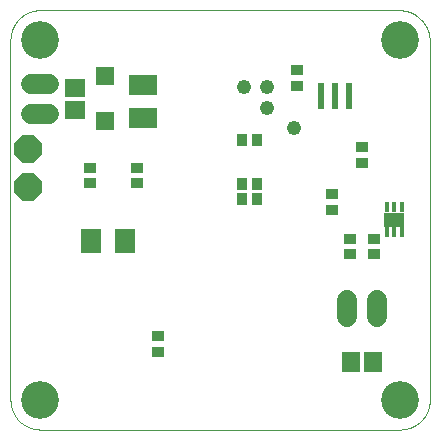
<source format=gbs>
G75*
%MOIN*%
%OFA0B0*%
%FSLAX25Y25*%
%IPPOS*%
%LPD*%
%AMOC8*
5,1,8,0,0,1.08239X$1,22.5*
%
%ADD10C,0.00000*%
%ADD11R,0.06706X0.05918*%
%ADD12R,0.04343X0.03556*%
%ADD13R,0.06312X0.06312*%
%ADD14R,0.09461X0.07099*%
%ADD15OC8,0.09300*%
%ADD16R,0.07099X0.07898*%
%ADD17R,0.05918X0.06706*%
%ADD18C,0.06706*%
%ADD19C,0.04800*%
%ADD20R,0.02375X0.08674*%
%ADD21R,0.03556X0.04343*%
%ADD22R,0.07099X0.04737*%
%ADD23R,0.01784X0.03359*%
%ADD24C,0.12611*%
D10*
X0036492Y0045350D02*
X0156571Y0045350D01*
X0156809Y0045353D01*
X0157047Y0045361D01*
X0157284Y0045376D01*
X0157521Y0045396D01*
X0157757Y0045422D01*
X0157993Y0045453D01*
X0158228Y0045490D01*
X0158462Y0045533D01*
X0158695Y0045582D01*
X0158927Y0045636D01*
X0159157Y0045696D01*
X0159386Y0045761D01*
X0159613Y0045832D01*
X0159838Y0045908D01*
X0160061Y0045990D01*
X0160283Y0046077D01*
X0160502Y0046169D01*
X0160719Y0046267D01*
X0160933Y0046369D01*
X0161145Y0046477D01*
X0161355Y0046591D01*
X0161561Y0046709D01*
X0161765Y0046832D01*
X0161965Y0046960D01*
X0162162Y0047092D01*
X0162357Y0047230D01*
X0162547Y0047372D01*
X0162735Y0047519D01*
X0162918Y0047670D01*
X0163098Y0047825D01*
X0163274Y0047985D01*
X0163446Y0048149D01*
X0163615Y0048318D01*
X0163779Y0048490D01*
X0163939Y0048666D01*
X0164094Y0048846D01*
X0164245Y0049029D01*
X0164392Y0049217D01*
X0164534Y0049407D01*
X0164672Y0049602D01*
X0164804Y0049799D01*
X0164932Y0049999D01*
X0165055Y0050203D01*
X0165173Y0050409D01*
X0165287Y0050619D01*
X0165395Y0050831D01*
X0165497Y0051045D01*
X0165595Y0051262D01*
X0165687Y0051481D01*
X0165774Y0051703D01*
X0165856Y0051926D01*
X0165932Y0052151D01*
X0166003Y0052378D01*
X0166068Y0052607D01*
X0166128Y0052837D01*
X0166182Y0053069D01*
X0166231Y0053302D01*
X0166274Y0053536D01*
X0166311Y0053771D01*
X0166342Y0054007D01*
X0166368Y0054243D01*
X0166388Y0054480D01*
X0166403Y0054717D01*
X0166411Y0054955D01*
X0166414Y0055193D01*
X0166413Y0055193D02*
X0166413Y0175272D01*
X0166398Y0175522D01*
X0166377Y0175771D01*
X0166350Y0176019D01*
X0166318Y0176267D01*
X0166279Y0176514D01*
X0166234Y0176760D01*
X0166183Y0177005D01*
X0166126Y0177248D01*
X0166064Y0177490D01*
X0165995Y0177731D01*
X0165921Y0177970D01*
X0165841Y0178207D01*
X0165755Y0178441D01*
X0165664Y0178674D01*
X0165567Y0178905D01*
X0165465Y0179133D01*
X0165357Y0179358D01*
X0165244Y0179581D01*
X0165125Y0179801D01*
X0165001Y0180018D01*
X0164872Y0180232D01*
X0164737Y0180443D01*
X0164598Y0180651D01*
X0164454Y0180855D01*
X0164304Y0181056D01*
X0164150Y0181252D01*
X0163992Y0181446D01*
X0163828Y0181635D01*
X0163660Y0181820D01*
X0163488Y0182001D01*
X0163311Y0182178D01*
X0163130Y0182351D01*
X0162945Y0182519D01*
X0162756Y0182683D01*
X0162564Y0182842D01*
X0162367Y0182996D01*
X0162166Y0183146D01*
X0161963Y0183290D01*
X0161755Y0183430D01*
X0161545Y0183565D01*
X0161331Y0183694D01*
X0161114Y0183818D01*
X0160894Y0183937D01*
X0160671Y0184051D01*
X0160446Y0184159D01*
X0160218Y0184262D01*
X0159988Y0184359D01*
X0159755Y0184451D01*
X0159520Y0184537D01*
X0159283Y0184617D01*
X0159045Y0184692D01*
X0158804Y0184761D01*
X0158562Y0184824D01*
X0158319Y0184881D01*
X0158074Y0184932D01*
X0157828Y0184977D01*
X0157582Y0185016D01*
X0157334Y0185050D01*
X0157085Y0185077D01*
X0156836Y0185098D01*
X0156587Y0185114D01*
X0156337Y0185123D01*
X0156087Y0185126D01*
X0155837Y0185123D01*
X0155587Y0185114D01*
X0036492Y0185114D01*
X0036492Y0185115D02*
X0036254Y0185112D01*
X0036016Y0185104D01*
X0035779Y0185089D01*
X0035542Y0185069D01*
X0035306Y0185043D01*
X0035070Y0185012D01*
X0034835Y0184975D01*
X0034601Y0184932D01*
X0034368Y0184883D01*
X0034136Y0184829D01*
X0033906Y0184769D01*
X0033677Y0184704D01*
X0033450Y0184633D01*
X0033225Y0184557D01*
X0033002Y0184475D01*
X0032780Y0184388D01*
X0032561Y0184296D01*
X0032344Y0184198D01*
X0032130Y0184096D01*
X0031918Y0183988D01*
X0031708Y0183874D01*
X0031502Y0183756D01*
X0031298Y0183633D01*
X0031098Y0183505D01*
X0030901Y0183373D01*
X0030706Y0183235D01*
X0030516Y0183093D01*
X0030328Y0182946D01*
X0030145Y0182795D01*
X0029965Y0182640D01*
X0029789Y0182480D01*
X0029617Y0182316D01*
X0029448Y0182147D01*
X0029284Y0181975D01*
X0029124Y0181799D01*
X0028969Y0181619D01*
X0028818Y0181436D01*
X0028671Y0181248D01*
X0028529Y0181058D01*
X0028391Y0180863D01*
X0028259Y0180666D01*
X0028131Y0180466D01*
X0028008Y0180262D01*
X0027890Y0180056D01*
X0027776Y0179846D01*
X0027668Y0179634D01*
X0027566Y0179420D01*
X0027468Y0179203D01*
X0027376Y0178984D01*
X0027289Y0178762D01*
X0027207Y0178539D01*
X0027131Y0178314D01*
X0027060Y0178087D01*
X0026995Y0177858D01*
X0026935Y0177628D01*
X0026881Y0177396D01*
X0026832Y0177163D01*
X0026789Y0176929D01*
X0026752Y0176694D01*
X0026721Y0176458D01*
X0026695Y0176222D01*
X0026675Y0175985D01*
X0026660Y0175748D01*
X0026652Y0175510D01*
X0026649Y0175272D01*
X0026650Y0175272D02*
X0026650Y0055193D01*
X0026649Y0055193D02*
X0026652Y0054955D01*
X0026660Y0054717D01*
X0026675Y0054480D01*
X0026695Y0054243D01*
X0026721Y0054007D01*
X0026752Y0053771D01*
X0026789Y0053536D01*
X0026832Y0053302D01*
X0026881Y0053069D01*
X0026935Y0052837D01*
X0026995Y0052607D01*
X0027060Y0052378D01*
X0027131Y0052151D01*
X0027207Y0051926D01*
X0027289Y0051703D01*
X0027376Y0051481D01*
X0027468Y0051262D01*
X0027566Y0051045D01*
X0027668Y0050831D01*
X0027776Y0050619D01*
X0027890Y0050409D01*
X0028008Y0050203D01*
X0028131Y0049999D01*
X0028259Y0049799D01*
X0028391Y0049602D01*
X0028529Y0049407D01*
X0028671Y0049217D01*
X0028818Y0049029D01*
X0028969Y0048846D01*
X0029124Y0048666D01*
X0029284Y0048490D01*
X0029448Y0048318D01*
X0029617Y0048149D01*
X0029789Y0047985D01*
X0029965Y0047825D01*
X0030145Y0047670D01*
X0030328Y0047519D01*
X0030516Y0047372D01*
X0030706Y0047230D01*
X0030901Y0047092D01*
X0031098Y0046960D01*
X0031298Y0046832D01*
X0031502Y0046709D01*
X0031708Y0046591D01*
X0031918Y0046477D01*
X0032130Y0046369D01*
X0032344Y0046267D01*
X0032561Y0046169D01*
X0032780Y0046077D01*
X0033002Y0045990D01*
X0033225Y0045908D01*
X0033450Y0045832D01*
X0033677Y0045761D01*
X0033906Y0045696D01*
X0034136Y0045636D01*
X0034368Y0045582D01*
X0034601Y0045533D01*
X0034835Y0045490D01*
X0035070Y0045453D01*
X0035306Y0045422D01*
X0035542Y0045396D01*
X0035779Y0045376D01*
X0036016Y0045361D01*
X0036254Y0045353D01*
X0036492Y0045350D01*
D11*
X0048303Y0151846D03*
X0048303Y0159327D03*
D12*
X0053224Y0132555D03*
X0053224Y0127437D03*
X0068972Y0127437D03*
X0068972Y0132555D03*
X0075862Y0076453D03*
X0075862Y0071335D03*
X0133933Y0118579D03*
X0133933Y0123697D03*
X0143776Y0134327D03*
X0143776Y0139445D03*
X0122122Y0159917D03*
X0122122Y0165035D03*
X0139839Y0108933D03*
X0139839Y0103815D03*
X0147713Y0103815D03*
X0147713Y0108933D03*
D13*
X0058146Y0148106D03*
X0058146Y0163067D03*
D14*
X0070941Y0160114D03*
X0070941Y0149091D03*
D15*
X0032555Y0138854D03*
X0032555Y0126059D03*
D16*
X0053531Y0108343D03*
X0064728Y0108343D03*
D17*
X0140035Y0067988D03*
X0147516Y0067988D03*
D18*
X0148776Y0082752D02*
X0148776Y0088657D01*
X0138776Y0088657D02*
X0138776Y0082752D01*
X0039445Y0150587D02*
X0033539Y0150587D01*
X0033539Y0160587D02*
X0039445Y0160587D01*
D19*
X0104406Y0159524D03*
X0112280Y0159524D03*
X0112280Y0152634D03*
X0121138Y0145744D03*
D20*
X0130193Y0156571D03*
X0134917Y0156571D03*
X0139642Y0156571D03*
D21*
X0108933Y0141807D03*
X0103815Y0141807D03*
X0103815Y0127043D03*
X0103815Y0122122D03*
X0108933Y0122122D03*
X0108933Y0127043D03*
D22*
X0154602Y0115232D03*
D23*
X0154602Y0111098D03*
X0157161Y0111098D03*
X0152043Y0111098D03*
X0152043Y0119366D03*
X0154602Y0119366D03*
X0157161Y0119366D03*
D24*
X0156571Y0175272D03*
X0156571Y0055193D03*
X0036492Y0055193D03*
X0036492Y0175272D03*
M02*

</source>
